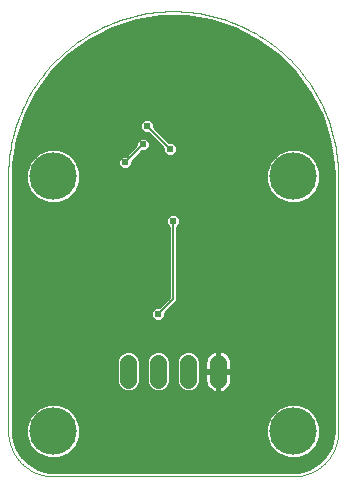
<source format=gbl>
G75*
%MOIN*%
%OFA0B0*%
%FSLAX25Y25*%
%IPPOS*%
%LPD*%
%AMOC8*
5,1,8,0,0,1.08239X$1,22.5*
%
%ADD10C,0.05543*%
%ADD11C,0.00000*%
%ADD12C,0.15811*%
%ADD13C,0.01000*%
%ADD14C,0.00600*%
%ADD15C,0.02400*%
D10*
X0046500Y0051234D02*
X0046500Y0056778D01*
X0056500Y0056778D02*
X0056500Y0051234D01*
X0066500Y0051234D02*
X0066500Y0056778D01*
X0076500Y0056778D02*
X0076500Y0051234D01*
D11*
X0101500Y0019006D02*
X0101862Y0019010D01*
X0102225Y0019024D01*
X0102587Y0019045D01*
X0102948Y0019076D01*
X0103308Y0019115D01*
X0103667Y0019163D01*
X0104025Y0019220D01*
X0104382Y0019285D01*
X0104737Y0019359D01*
X0105090Y0019442D01*
X0105441Y0019533D01*
X0105789Y0019632D01*
X0106135Y0019740D01*
X0106479Y0019856D01*
X0106819Y0019981D01*
X0107156Y0020113D01*
X0107490Y0020254D01*
X0107821Y0020403D01*
X0108148Y0020560D01*
X0108471Y0020724D01*
X0108790Y0020896D01*
X0109104Y0021076D01*
X0109415Y0021264D01*
X0109720Y0021459D01*
X0110021Y0021661D01*
X0110317Y0021871D01*
X0110607Y0022087D01*
X0110893Y0022311D01*
X0111173Y0022541D01*
X0111447Y0022778D01*
X0111715Y0023022D01*
X0111978Y0023272D01*
X0112234Y0023528D01*
X0112484Y0023791D01*
X0112728Y0024059D01*
X0112965Y0024333D01*
X0113195Y0024613D01*
X0113419Y0024899D01*
X0113635Y0025189D01*
X0113845Y0025485D01*
X0114047Y0025786D01*
X0114242Y0026091D01*
X0114430Y0026402D01*
X0114610Y0026716D01*
X0114782Y0027035D01*
X0114946Y0027358D01*
X0115103Y0027685D01*
X0115252Y0028016D01*
X0115393Y0028350D01*
X0115525Y0028687D01*
X0115650Y0029027D01*
X0115766Y0029371D01*
X0115874Y0029717D01*
X0115973Y0030065D01*
X0116064Y0030416D01*
X0116147Y0030769D01*
X0116221Y0031124D01*
X0116286Y0031481D01*
X0116343Y0031839D01*
X0116391Y0032198D01*
X0116430Y0032558D01*
X0116461Y0032919D01*
X0116482Y0033281D01*
X0116496Y0033644D01*
X0116500Y0034006D01*
X0116500Y0119006D01*
X0116484Y0120345D01*
X0116435Y0121684D01*
X0116353Y0123021D01*
X0116239Y0124355D01*
X0116093Y0125687D01*
X0115914Y0127014D01*
X0115703Y0128337D01*
X0115459Y0129654D01*
X0115184Y0130965D01*
X0114877Y0132268D01*
X0114538Y0133564D01*
X0114168Y0134851D01*
X0113767Y0136129D01*
X0113334Y0137397D01*
X0112871Y0138654D01*
X0112377Y0139899D01*
X0111853Y0141132D01*
X0111300Y0142351D01*
X0110716Y0143557D01*
X0110104Y0144748D01*
X0109463Y0145924D01*
X0108793Y0147084D01*
X0108095Y0148227D01*
X0107370Y0149353D01*
X0106617Y0150461D01*
X0105838Y0151551D01*
X0105032Y0152621D01*
X0104201Y0153671D01*
X0103344Y0154700D01*
X0102462Y0155709D01*
X0101557Y0156695D01*
X0100627Y0157659D01*
X0099674Y0158601D01*
X0098699Y0159519D01*
X0097701Y0160412D01*
X0096682Y0161282D01*
X0095642Y0162126D01*
X0094582Y0162944D01*
X0093502Y0163737D01*
X0092404Y0164503D01*
X0091286Y0165242D01*
X0090152Y0165954D01*
X0089000Y0166637D01*
X0087832Y0167293D01*
X0086648Y0167920D01*
X0085450Y0168518D01*
X0084237Y0169086D01*
X0083011Y0169625D01*
X0081772Y0170134D01*
X0080521Y0170612D01*
X0079258Y0171060D01*
X0077986Y0171477D01*
X0076703Y0171863D01*
X0075411Y0172218D01*
X0074111Y0172541D01*
X0072804Y0172832D01*
X0071490Y0173091D01*
X0070170Y0173318D01*
X0068845Y0173513D01*
X0067515Y0173676D01*
X0066182Y0173806D01*
X0064847Y0173904D01*
X0063509Y0173969D01*
X0062170Y0174002D01*
X0060830Y0174002D01*
X0059491Y0173969D01*
X0058153Y0173904D01*
X0056818Y0173806D01*
X0055485Y0173676D01*
X0054155Y0173513D01*
X0052830Y0173318D01*
X0051510Y0173091D01*
X0050196Y0172832D01*
X0048889Y0172541D01*
X0047589Y0172218D01*
X0046297Y0171863D01*
X0045014Y0171477D01*
X0043742Y0171060D01*
X0042479Y0170612D01*
X0041228Y0170134D01*
X0039989Y0169625D01*
X0038763Y0169086D01*
X0037550Y0168518D01*
X0036352Y0167920D01*
X0035168Y0167293D01*
X0034000Y0166637D01*
X0032848Y0165954D01*
X0031714Y0165242D01*
X0030596Y0164503D01*
X0029498Y0163737D01*
X0028418Y0162944D01*
X0027358Y0162126D01*
X0026318Y0161282D01*
X0025299Y0160412D01*
X0024301Y0159519D01*
X0023326Y0158601D01*
X0022373Y0157659D01*
X0021443Y0156695D01*
X0020538Y0155709D01*
X0019656Y0154700D01*
X0018799Y0153671D01*
X0017968Y0152621D01*
X0017162Y0151551D01*
X0016383Y0150461D01*
X0015630Y0149353D01*
X0014905Y0148227D01*
X0014207Y0147084D01*
X0013537Y0145924D01*
X0012896Y0144748D01*
X0012284Y0143557D01*
X0011700Y0142351D01*
X0011147Y0141132D01*
X0010623Y0139899D01*
X0010129Y0138654D01*
X0009666Y0137397D01*
X0009233Y0136129D01*
X0008832Y0134851D01*
X0008462Y0133564D01*
X0008123Y0132268D01*
X0007816Y0130965D01*
X0007541Y0129654D01*
X0007297Y0128337D01*
X0007086Y0127014D01*
X0006907Y0125687D01*
X0006761Y0124355D01*
X0006647Y0123021D01*
X0006565Y0121684D01*
X0006516Y0120345D01*
X0006500Y0119006D01*
X0006500Y0034006D01*
X0006504Y0033644D01*
X0006518Y0033281D01*
X0006539Y0032919D01*
X0006570Y0032558D01*
X0006609Y0032198D01*
X0006657Y0031839D01*
X0006714Y0031481D01*
X0006779Y0031124D01*
X0006853Y0030769D01*
X0006936Y0030416D01*
X0007027Y0030065D01*
X0007126Y0029717D01*
X0007234Y0029371D01*
X0007350Y0029027D01*
X0007475Y0028687D01*
X0007607Y0028350D01*
X0007748Y0028016D01*
X0007897Y0027685D01*
X0008054Y0027358D01*
X0008218Y0027035D01*
X0008390Y0026716D01*
X0008570Y0026402D01*
X0008758Y0026091D01*
X0008953Y0025786D01*
X0009155Y0025485D01*
X0009365Y0025189D01*
X0009581Y0024899D01*
X0009805Y0024613D01*
X0010035Y0024333D01*
X0010272Y0024059D01*
X0010516Y0023791D01*
X0010766Y0023528D01*
X0011022Y0023272D01*
X0011285Y0023022D01*
X0011553Y0022778D01*
X0011827Y0022541D01*
X0012107Y0022311D01*
X0012393Y0022087D01*
X0012683Y0021871D01*
X0012979Y0021661D01*
X0013280Y0021459D01*
X0013585Y0021264D01*
X0013896Y0021076D01*
X0014210Y0020896D01*
X0014529Y0020724D01*
X0014852Y0020560D01*
X0015179Y0020403D01*
X0015510Y0020254D01*
X0015844Y0020113D01*
X0016181Y0019981D01*
X0016521Y0019856D01*
X0016865Y0019740D01*
X0017211Y0019632D01*
X0017559Y0019533D01*
X0017910Y0019442D01*
X0018263Y0019359D01*
X0018618Y0019285D01*
X0018975Y0019220D01*
X0019333Y0019163D01*
X0019692Y0019115D01*
X0020052Y0019076D01*
X0020413Y0019045D01*
X0020775Y0019024D01*
X0021138Y0019010D01*
X0021500Y0019006D01*
X0101500Y0019006D01*
D12*
X0101500Y0034006D03*
X0101500Y0119006D03*
X0021500Y0119006D03*
X0021500Y0034006D03*
D13*
X0013282Y0023296D02*
X0010790Y0025788D01*
X0009028Y0028840D01*
X0008115Y0032244D01*
X0008000Y0034006D01*
X0008000Y0119006D01*
X0008165Y0123203D01*
X0009478Y0131495D01*
X0012072Y0139479D01*
X0015884Y0146960D01*
X0020818Y0153751D01*
X0026755Y0159688D01*
X0033546Y0164622D01*
X0041026Y0168433D01*
X0049011Y0171028D01*
X0057302Y0172341D01*
X0065698Y0172341D01*
X0073989Y0171028D01*
X0081974Y0168433D01*
X0089454Y0164622D01*
X0096245Y0159688D01*
X0102182Y0153751D01*
X0107116Y0146960D01*
X0107116Y0146960D01*
X0110928Y0139479D01*
X0113522Y0131495D01*
X0114835Y0123203D01*
X0115000Y0119006D01*
X0115000Y0034006D01*
X0114885Y0032244D01*
X0113972Y0028840D01*
X0112210Y0025788D01*
X0109718Y0023296D01*
X0106666Y0021534D01*
X0103262Y0020621D01*
X0101500Y0020506D01*
X0021500Y0020506D01*
X0019738Y0020621D01*
X0016334Y0021534D01*
X0013282Y0023296D01*
X0013794Y0023000D02*
X0109206Y0023000D01*
X0110421Y0023998D02*
X0012579Y0023998D01*
X0011580Y0024997D02*
X0111420Y0024997D01*
X0112330Y0025995D02*
X0105694Y0025995D01*
X0106601Y0026371D02*
X0109134Y0028905D01*
X0110505Y0032215D01*
X0110505Y0035797D01*
X0109134Y0039107D01*
X0106601Y0041640D01*
X0103291Y0043011D01*
X0099709Y0043011D01*
X0096399Y0041640D01*
X0093865Y0039107D01*
X0092494Y0035797D01*
X0092494Y0032215D01*
X0093865Y0028905D01*
X0096399Y0026371D01*
X0099709Y0025000D01*
X0103291Y0025000D01*
X0106601Y0026371D01*
X0107224Y0026994D02*
X0112907Y0026994D01*
X0113483Y0027993D02*
X0108222Y0027993D01*
X0109170Y0028991D02*
X0114013Y0028991D01*
X0114280Y0029990D02*
X0109584Y0029990D01*
X0109997Y0030988D02*
X0114548Y0030988D01*
X0114816Y0031987D02*
X0110411Y0031987D01*
X0110505Y0032985D02*
X0114933Y0032985D01*
X0114999Y0033984D02*
X0110505Y0033984D01*
X0110505Y0034982D02*
X0115000Y0034982D01*
X0115000Y0035981D02*
X0110430Y0035981D01*
X0110016Y0036979D02*
X0115000Y0036979D01*
X0115000Y0037978D02*
X0109602Y0037978D01*
X0109189Y0038976D02*
X0115000Y0038976D01*
X0115000Y0039975D02*
X0108267Y0039975D01*
X0107268Y0040973D02*
X0115000Y0040973D01*
X0115000Y0041972D02*
X0105801Y0041972D01*
X0103391Y0042970D02*
X0115000Y0042970D01*
X0115000Y0043969D02*
X0008000Y0043969D01*
X0008000Y0044967D02*
X0115000Y0044967D01*
X0115000Y0045966D02*
X0008000Y0045966D01*
X0008000Y0046964D02*
X0115000Y0046964D01*
X0115000Y0047963D02*
X0079265Y0047963D01*
X0079283Y0047976D02*
X0079758Y0048451D01*
X0080153Y0048995D01*
X0080459Y0049595D01*
X0080666Y0050234D01*
X0080772Y0050898D01*
X0080772Y0053620D01*
X0076886Y0053620D01*
X0076886Y0054392D01*
X0076114Y0054392D01*
X0076114Y0061041D01*
X0075500Y0060944D01*
X0074860Y0060736D01*
X0074261Y0060431D01*
X0073717Y0060036D01*
X0073242Y0059560D01*
X0072847Y0059016D01*
X0072541Y0058417D01*
X0072334Y0057778D01*
X0072228Y0057114D01*
X0072228Y0054392D01*
X0076114Y0054392D01*
X0076114Y0053620D01*
X0072228Y0053620D01*
X0072228Y0050898D01*
X0072334Y0050234D01*
X0072541Y0049595D01*
X0072847Y0048995D01*
X0073242Y0048451D01*
X0073717Y0047976D01*
X0074261Y0047581D01*
X0074860Y0047276D01*
X0075500Y0047068D01*
X0076114Y0046970D01*
X0076114Y0053620D01*
X0076886Y0053620D01*
X0076886Y0046970D01*
X0077500Y0047068D01*
X0078140Y0047276D01*
X0078739Y0047581D01*
X0079283Y0047976D01*
X0080129Y0048961D02*
X0115000Y0048961D01*
X0115000Y0049960D02*
X0080577Y0049960D01*
X0080772Y0050958D02*
X0115000Y0050958D01*
X0115000Y0051957D02*
X0080772Y0051957D01*
X0080772Y0052955D02*
X0115000Y0052955D01*
X0115000Y0053954D02*
X0076886Y0053954D01*
X0076886Y0054392D02*
X0080772Y0054392D01*
X0080772Y0057114D01*
X0080666Y0057778D01*
X0080459Y0058417D01*
X0080153Y0059016D01*
X0079758Y0059560D01*
X0079283Y0060036D01*
X0078739Y0060431D01*
X0078140Y0060736D01*
X0077500Y0060944D01*
X0076886Y0061041D01*
X0076886Y0054392D01*
X0076886Y0054952D02*
X0076114Y0054952D01*
X0076114Y0053954D02*
X0070372Y0053954D01*
X0070372Y0054952D02*
X0072228Y0054952D01*
X0072228Y0055951D02*
X0070372Y0055951D01*
X0070372Y0056949D02*
X0072228Y0056949D01*
X0072389Y0057948D02*
X0070206Y0057948D01*
X0070372Y0057548D02*
X0069782Y0058971D01*
X0068693Y0060060D01*
X0067270Y0060649D01*
X0065730Y0060649D01*
X0064307Y0060060D01*
X0063218Y0058971D01*
X0062628Y0057548D01*
X0062628Y0050464D01*
X0063218Y0049041D01*
X0064307Y0047952D01*
X0065730Y0047363D01*
X0067270Y0047363D01*
X0068693Y0047952D01*
X0069782Y0049041D01*
X0070372Y0050464D01*
X0070372Y0057548D01*
X0069792Y0058946D02*
X0072811Y0058946D01*
X0073626Y0059945D02*
X0068808Y0059945D01*
X0064192Y0059945D02*
X0058808Y0059945D01*
X0058693Y0060060D02*
X0057270Y0060649D01*
X0055730Y0060649D01*
X0054307Y0060060D01*
X0053218Y0058971D01*
X0052628Y0057548D01*
X0052628Y0050464D01*
X0053218Y0049041D01*
X0054307Y0047952D01*
X0055730Y0047363D01*
X0057270Y0047363D01*
X0058693Y0047952D01*
X0059782Y0049041D01*
X0060372Y0050464D01*
X0060372Y0057548D01*
X0059782Y0058971D01*
X0058693Y0060060D01*
X0059792Y0058946D02*
X0063208Y0058946D01*
X0062794Y0057948D02*
X0060206Y0057948D01*
X0060372Y0056949D02*
X0062628Y0056949D01*
X0062628Y0055951D02*
X0060372Y0055951D01*
X0060372Y0054952D02*
X0062628Y0054952D01*
X0062628Y0053954D02*
X0060372Y0053954D01*
X0060372Y0052955D02*
X0062628Y0052955D01*
X0062628Y0051957D02*
X0060372Y0051957D01*
X0060372Y0050958D02*
X0062628Y0050958D01*
X0062837Y0049960D02*
X0060163Y0049960D01*
X0059702Y0048961D02*
X0063298Y0048961D01*
X0064296Y0047963D02*
X0058704Y0047963D01*
X0054296Y0047963D02*
X0048704Y0047963D01*
X0048693Y0047952D02*
X0049782Y0049041D01*
X0050372Y0050464D01*
X0050372Y0057548D01*
X0049782Y0058971D01*
X0048693Y0060060D01*
X0047270Y0060649D01*
X0045730Y0060649D01*
X0044307Y0060060D01*
X0043218Y0058971D01*
X0042628Y0057548D01*
X0042628Y0050464D01*
X0043218Y0049041D01*
X0044307Y0047952D01*
X0045730Y0047363D01*
X0047270Y0047363D01*
X0048693Y0047952D01*
X0049702Y0048961D02*
X0053298Y0048961D01*
X0052837Y0049960D02*
X0050163Y0049960D01*
X0050372Y0050958D02*
X0052628Y0050958D01*
X0052628Y0051957D02*
X0050372Y0051957D01*
X0050372Y0052955D02*
X0052628Y0052955D01*
X0052628Y0053954D02*
X0050372Y0053954D01*
X0050372Y0054952D02*
X0052628Y0054952D01*
X0052628Y0055951D02*
X0050372Y0055951D01*
X0050372Y0056949D02*
X0052628Y0056949D01*
X0052794Y0057948D02*
X0050206Y0057948D01*
X0049792Y0058946D02*
X0053208Y0058946D01*
X0054192Y0059945D02*
X0048808Y0059945D01*
X0044192Y0059945D02*
X0008000Y0059945D01*
X0008000Y0060943D02*
X0075498Y0060943D01*
X0076114Y0060943D02*
X0076886Y0060943D01*
X0077502Y0060943D02*
X0115000Y0060943D01*
X0115000Y0059945D02*
X0079374Y0059945D01*
X0080189Y0058946D02*
X0115000Y0058946D01*
X0115000Y0057948D02*
X0080611Y0057948D01*
X0080772Y0056949D02*
X0115000Y0056949D01*
X0115000Y0055951D02*
X0080772Y0055951D01*
X0080772Y0054952D02*
X0115000Y0054952D01*
X0115000Y0061942D02*
X0008000Y0061942D01*
X0008000Y0062940D02*
X0115000Y0062940D01*
X0115000Y0063939D02*
X0008000Y0063939D01*
X0008000Y0064937D02*
X0115000Y0064937D01*
X0115000Y0065936D02*
X0008000Y0065936D01*
X0008000Y0066934D02*
X0115000Y0066934D01*
X0115000Y0067933D02*
X0008000Y0067933D01*
X0008000Y0068931D02*
X0115000Y0068931D01*
X0115000Y0069930D02*
X0008000Y0069930D01*
X0008000Y0070928D02*
X0055325Y0070928D01*
X0055547Y0070706D02*
X0054200Y0072053D01*
X0054200Y0073959D01*
X0055547Y0075306D01*
X0056820Y0075306D01*
X0060100Y0078586D01*
X0060100Y0102153D01*
X0059200Y0103053D01*
X0059200Y0104959D01*
X0060547Y0106306D01*
X0062453Y0106306D01*
X0063800Y0104959D01*
X0063800Y0103053D01*
X0062900Y0102153D01*
X0062900Y0077426D01*
X0058800Y0073326D01*
X0058800Y0072053D01*
X0057453Y0070706D01*
X0055547Y0070706D01*
X0054326Y0071927D02*
X0008000Y0071927D01*
X0008000Y0072926D02*
X0054200Y0072926D01*
X0054200Y0073924D02*
X0008000Y0073924D01*
X0008000Y0074923D02*
X0055164Y0074923D01*
X0057435Y0075921D02*
X0008000Y0075921D01*
X0008000Y0076920D02*
X0058434Y0076920D01*
X0059432Y0077918D02*
X0008000Y0077918D01*
X0008000Y0078917D02*
X0060100Y0078917D01*
X0060100Y0079915D02*
X0008000Y0079915D01*
X0008000Y0080914D02*
X0060100Y0080914D01*
X0060100Y0081912D02*
X0008000Y0081912D01*
X0008000Y0082911D02*
X0060100Y0082911D01*
X0060100Y0083909D02*
X0008000Y0083909D01*
X0008000Y0084908D02*
X0060100Y0084908D01*
X0060100Y0085906D02*
X0008000Y0085906D01*
X0008000Y0086905D02*
X0060100Y0086905D01*
X0060100Y0087903D02*
X0008000Y0087903D01*
X0008000Y0088902D02*
X0060100Y0088902D01*
X0060100Y0089900D02*
X0008000Y0089900D01*
X0008000Y0090899D02*
X0060100Y0090899D01*
X0060100Y0091897D02*
X0008000Y0091897D01*
X0008000Y0092896D02*
X0060100Y0092896D01*
X0060100Y0093894D02*
X0008000Y0093894D01*
X0008000Y0094893D02*
X0060100Y0094893D01*
X0060100Y0095891D02*
X0008000Y0095891D01*
X0008000Y0096890D02*
X0060100Y0096890D01*
X0060100Y0097888D02*
X0008000Y0097888D01*
X0008000Y0098887D02*
X0060100Y0098887D01*
X0060100Y0099885D02*
X0008000Y0099885D01*
X0008000Y0100884D02*
X0060100Y0100884D01*
X0060100Y0101882D02*
X0008000Y0101882D01*
X0008000Y0102881D02*
X0059372Y0102881D01*
X0059200Y0103879D02*
X0008000Y0103879D01*
X0008000Y0104878D02*
X0059200Y0104878D01*
X0060118Y0105876D02*
X0008000Y0105876D01*
X0008000Y0106875D02*
X0115000Y0106875D01*
X0115000Y0107873D02*
X0008000Y0107873D01*
X0008000Y0108872D02*
X0115000Y0108872D01*
X0115000Y0109870D02*
X0008000Y0109870D01*
X0008000Y0110869D02*
X0017612Y0110869D01*
X0016399Y0111371D02*
X0019709Y0110000D01*
X0023291Y0110000D01*
X0026601Y0111371D01*
X0029134Y0113905D01*
X0030505Y0117215D01*
X0030505Y0120797D01*
X0029134Y0124107D01*
X0026601Y0126640D01*
X0023291Y0128011D01*
X0019709Y0128011D01*
X0016399Y0126640D01*
X0013865Y0124107D01*
X0012494Y0120797D01*
X0012494Y0117215D01*
X0013865Y0113905D01*
X0016399Y0111371D01*
X0015903Y0111867D02*
X0008000Y0111867D01*
X0008000Y0112866D02*
X0014904Y0112866D01*
X0013906Y0113864D02*
X0008000Y0113864D01*
X0008000Y0114863D02*
X0013469Y0114863D01*
X0013055Y0115862D02*
X0008000Y0115862D01*
X0008000Y0116860D02*
X0012641Y0116860D01*
X0012494Y0117859D02*
X0008000Y0117859D01*
X0008000Y0118857D02*
X0012494Y0118857D01*
X0012494Y0119856D02*
X0008033Y0119856D01*
X0008073Y0120854D02*
X0012518Y0120854D01*
X0012932Y0121853D02*
X0008112Y0121853D01*
X0008151Y0122851D02*
X0013345Y0122851D01*
X0013759Y0123850D02*
X0008267Y0123850D01*
X0008425Y0124848D02*
X0014606Y0124848D01*
X0015605Y0125847D02*
X0008584Y0125847D01*
X0008742Y0126845D02*
X0016893Y0126845D01*
X0019304Y0127844D02*
X0008900Y0127844D01*
X0009058Y0128842D02*
X0048731Y0128842D01*
X0049200Y0129311D02*
X0049200Y0130584D01*
X0050547Y0131931D01*
X0052453Y0131931D01*
X0053800Y0130584D01*
X0053800Y0128678D01*
X0052453Y0127331D01*
X0051180Y0127331D01*
X0047800Y0123951D01*
X0047800Y0122678D01*
X0046453Y0121331D01*
X0044547Y0121331D01*
X0043200Y0122678D01*
X0043200Y0124584D01*
X0044547Y0125931D01*
X0045820Y0125931D01*
X0049200Y0129311D01*
X0049200Y0129841D02*
X0009216Y0129841D01*
X0009374Y0130839D02*
X0049456Y0130839D01*
X0050454Y0131838D02*
X0009589Y0131838D01*
X0009914Y0132836D02*
X0053815Y0132836D01*
X0053070Y0133581D02*
X0051797Y0133581D01*
X0050450Y0134928D01*
X0050450Y0136834D01*
X0051797Y0138181D01*
X0053703Y0138181D01*
X0055050Y0136834D01*
X0055050Y0135561D01*
X0060055Y0130556D01*
X0061328Y0130556D01*
X0062675Y0129209D01*
X0062675Y0127303D01*
X0061328Y0125956D01*
X0059422Y0125956D01*
X0058075Y0127303D01*
X0058075Y0128576D01*
X0053070Y0133581D01*
X0052546Y0131838D02*
X0054813Y0131838D01*
X0055812Y0130839D02*
X0053544Y0130839D01*
X0053800Y0129841D02*
X0056810Y0129841D01*
X0057809Y0128842D02*
X0053800Y0128842D01*
X0052965Y0127844D02*
X0058075Y0127844D01*
X0058533Y0126845D02*
X0050694Y0126845D01*
X0049696Y0125847D02*
X0095605Y0125847D01*
X0096399Y0126640D02*
X0093865Y0124107D01*
X0092494Y0120797D01*
X0092494Y0117215D01*
X0093865Y0113905D01*
X0096399Y0111371D01*
X0099709Y0110000D01*
X0103291Y0110000D01*
X0106601Y0111371D01*
X0109134Y0113905D01*
X0110505Y0117215D01*
X0110505Y0120797D01*
X0109134Y0124107D01*
X0106601Y0126640D01*
X0103291Y0128011D01*
X0099709Y0128011D01*
X0096399Y0126640D01*
X0096893Y0126845D02*
X0062217Y0126845D01*
X0062675Y0127844D02*
X0099304Y0127844D01*
X0103696Y0127844D02*
X0114100Y0127844D01*
X0113942Y0128842D02*
X0062675Y0128842D01*
X0062043Y0129841D02*
X0113784Y0129841D01*
X0113626Y0130839D02*
X0059772Y0130839D01*
X0058773Y0131838D02*
X0113411Y0131838D01*
X0113086Y0132836D02*
X0057775Y0132836D01*
X0056776Y0133835D02*
X0112762Y0133835D01*
X0112437Y0134833D02*
X0055778Y0134833D01*
X0055050Y0135832D02*
X0112113Y0135832D01*
X0111788Y0136830D02*
X0055050Y0136830D01*
X0054055Y0137829D02*
X0111464Y0137829D01*
X0111139Y0138827D02*
X0011861Y0138827D01*
X0011536Y0137829D02*
X0051445Y0137829D01*
X0050450Y0136830D02*
X0011212Y0136830D01*
X0010887Y0135832D02*
X0050450Y0135832D01*
X0050545Y0134833D02*
X0010563Y0134833D01*
X0010238Y0133835D02*
X0051544Y0133835D01*
X0047733Y0127844D02*
X0023696Y0127844D01*
X0026107Y0126845D02*
X0046734Y0126845D01*
X0044463Y0125847D02*
X0027395Y0125847D01*
X0028394Y0124848D02*
X0043465Y0124848D01*
X0043200Y0123850D02*
X0029241Y0123850D01*
X0029655Y0122851D02*
X0043200Y0122851D01*
X0044026Y0121853D02*
X0030068Y0121853D01*
X0030482Y0120854D02*
X0092518Y0120854D01*
X0092494Y0119856D02*
X0030505Y0119856D01*
X0030505Y0118857D02*
X0092494Y0118857D01*
X0092494Y0117859D02*
X0030505Y0117859D01*
X0030359Y0116860D02*
X0092641Y0116860D01*
X0093055Y0115862D02*
X0029945Y0115862D01*
X0029531Y0114863D02*
X0093469Y0114863D01*
X0093906Y0113864D02*
X0029094Y0113864D01*
X0028096Y0112866D02*
X0094904Y0112866D01*
X0095903Y0111867D02*
X0027097Y0111867D01*
X0025388Y0110869D02*
X0097612Y0110869D01*
X0105388Y0110869D02*
X0115000Y0110869D01*
X0115000Y0111867D02*
X0107097Y0111867D01*
X0108096Y0112866D02*
X0115000Y0112866D01*
X0115000Y0113864D02*
X0109094Y0113864D01*
X0109531Y0114863D02*
X0115000Y0114863D01*
X0115000Y0115862D02*
X0109945Y0115862D01*
X0110359Y0116860D02*
X0115000Y0116860D01*
X0115000Y0117859D02*
X0110505Y0117859D01*
X0110505Y0118857D02*
X0115000Y0118857D01*
X0114967Y0119856D02*
X0110505Y0119856D01*
X0110482Y0120854D02*
X0114927Y0120854D01*
X0114888Y0121853D02*
X0110068Y0121853D01*
X0109655Y0122851D02*
X0114849Y0122851D01*
X0114733Y0123850D02*
X0109241Y0123850D01*
X0108394Y0124848D02*
X0114575Y0124848D01*
X0114416Y0125847D02*
X0107395Y0125847D01*
X0106107Y0126845D02*
X0114258Y0126845D01*
X0110751Y0139826D02*
X0012249Y0139826D01*
X0012758Y0140824D02*
X0110242Y0140824D01*
X0109734Y0141823D02*
X0013266Y0141823D01*
X0013775Y0142821D02*
X0109225Y0142821D01*
X0108716Y0143820D02*
X0014284Y0143820D01*
X0014793Y0144818D02*
X0108207Y0144818D01*
X0107699Y0145817D02*
X0015301Y0145817D01*
X0015810Y0146815D02*
X0107190Y0146815D01*
X0106496Y0147814D02*
X0016504Y0147814D01*
X0017230Y0148812D02*
X0105770Y0148812D01*
X0105045Y0149811D02*
X0017955Y0149811D01*
X0018681Y0150809D02*
X0104319Y0150809D01*
X0103594Y0151808D02*
X0019406Y0151808D01*
X0020132Y0152806D02*
X0102868Y0152806D01*
X0102182Y0153751D02*
X0102182Y0153751D01*
X0102128Y0153805D02*
X0020872Y0153805D01*
X0021870Y0154803D02*
X0101130Y0154803D01*
X0100131Y0155802D02*
X0022869Y0155802D01*
X0023867Y0156800D02*
X0099133Y0156800D01*
X0098134Y0157799D02*
X0024866Y0157799D01*
X0025864Y0158797D02*
X0097136Y0158797D01*
X0096096Y0159796D02*
X0026904Y0159796D01*
X0028278Y0160795D02*
X0094722Y0160795D01*
X0093348Y0161793D02*
X0029652Y0161793D01*
X0031027Y0162792D02*
X0091973Y0162792D01*
X0090599Y0163790D02*
X0032401Y0163790D01*
X0033873Y0164789D02*
X0089127Y0164789D01*
X0087167Y0165787D02*
X0035833Y0165787D01*
X0037792Y0166786D02*
X0085208Y0166786D01*
X0083248Y0167784D02*
X0039752Y0167784D01*
X0042101Y0168783D02*
X0080899Y0168783D01*
X0077826Y0169781D02*
X0045174Y0169781D01*
X0048247Y0170780D02*
X0074753Y0170780D01*
X0069251Y0171778D02*
X0053749Y0171778D01*
X0048697Y0124848D02*
X0094606Y0124848D01*
X0093759Y0123850D02*
X0047800Y0123850D01*
X0047800Y0122851D02*
X0093345Y0122851D01*
X0092932Y0121853D02*
X0046974Y0121853D01*
X0062882Y0105876D02*
X0115000Y0105876D01*
X0115000Y0104878D02*
X0063800Y0104878D01*
X0063800Y0103879D02*
X0115000Y0103879D01*
X0115000Y0102881D02*
X0063628Y0102881D01*
X0062900Y0101882D02*
X0115000Y0101882D01*
X0115000Y0100884D02*
X0062900Y0100884D01*
X0062900Y0099885D02*
X0115000Y0099885D01*
X0115000Y0098887D02*
X0062900Y0098887D01*
X0062900Y0097888D02*
X0115000Y0097888D01*
X0115000Y0096890D02*
X0062900Y0096890D01*
X0062900Y0095891D02*
X0115000Y0095891D01*
X0115000Y0094893D02*
X0062900Y0094893D01*
X0062900Y0093894D02*
X0115000Y0093894D01*
X0115000Y0092896D02*
X0062900Y0092896D01*
X0062900Y0091897D02*
X0115000Y0091897D01*
X0115000Y0090899D02*
X0062900Y0090899D01*
X0062900Y0089900D02*
X0115000Y0089900D01*
X0115000Y0088902D02*
X0062900Y0088902D01*
X0062900Y0087903D02*
X0115000Y0087903D01*
X0115000Y0086905D02*
X0062900Y0086905D01*
X0062900Y0085906D02*
X0115000Y0085906D01*
X0115000Y0084908D02*
X0062900Y0084908D01*
X0062900Y0083909D02*
X0115000Y0083909D01*
X0115000Y0082911D02*
X0062900Y0082911D01*
X0062900Y0081912D02*
X0115000Y0081912D01*
X0115000Y0080914D02*
X0062900Y0080914D01*
X0062900Y0079915D02*
X0115000Y0079915D01*
X0115000Y0078917D02*
X0062900Y0078917D01*
X0062900Y0077918D02*
X0115000Y0077918D01*
X0115000Y0076920D02*
X0062394Y0076920D01*
X0061395Y0075921D02*
X0115000Y0075921D01*
X0115000Y0074923D02*
X0060397Y0074923D01*
X0059398Y0073924D02*
X0115000Y0073924D01*
X0115000Y0072926D02*
X0058800Y0072926D01*
X0058674Y0071927D02*
X0115000Y0071927D01*
X0115000Y0070928D02*
X0057675Y0070928D01*
X0043208Y0058946D02*
X0008000Y0058946D01*
X0008000Y0057948D02*
X0042794Y0057948D01*
X0042628Y0056949D02*
X0008000Y0056949D01*
X0008000Y0055951D02*
X0042628Y0055951D01*
X0042628Y0054952D02*
X0008000Y0054952D01*
X0008000Y0053954D02*
X0042628Y0053954D01*
X0042628Y0052955D02*
X0008000Y0052955D01*
X0008000Y0051957D02*
X0042628Y0051957D01*
X0042628Y0050958D02*
X0008000Y0050958D01*
X0008000Y0049960D02*
X0042837Y0049960D01*
X0043298Y0048961D02*
X0008000Y0048961D01*
X0008000Y0047963D02*
X0044296Y0047963D01*
X0029134Y0039107D02*
X0030505Y0035797D01*
X0030505Y0032215D01*
X0029134Y0028905D01*
X0026601Y0026371D01*
X0023291Y0025000D01*
X0019709Y0025000D01*
X0016399Y0026371D01*
X0013865Y0028905D01*
X0012494Y0032215D01*
X0012494Y0035797D01*
X0013865Y0039107D01*
X0016399Y0041640D01*
X0019709Y0043011D01*
X0023291Y0043011D01*
X0026601Y0041640D01*
X0029134Y0039107D01*
X0029189Y0038976D02*
X0093811Y0038976D01*
X0093398Y0037978D02*
X0029602Y0037978D01*
X0030016Y0036979D02*
X0092984Y0036979D01*
X0092570Y0035981D02*
X0030430Y0035981D01*
X0030505Y0034982D02*
X0092494Y0034982D01*
X0092494Y0033984D02*
X0030505Y0033984D01*
X0030505Y0032985D02*
X0092494Y0032985D01*
X0092589Y0031987D02*
X0030411Y0031987D01*
X0029997Y0030988D02*
X0093003Y0030988D01*
X0093416Y0029990D02*
X0029584Y0029990D01*
X0029170Y0028991D02*
X0093830Y0028991D01*
X0094778Y0027993D02*
X0028222Y0027993D01*
X0027224Y0026994D02*
X0095776Y0026994D01*
X0097306Y0025995D02*
X0025694Y0025995D01*
X0017306Y0025995D02*
X0010670Y0025995D01*
X0010093Y0026994D02*
X0015776Y0026994D01*
X0014778Y0027993D02*
X0009517Y0027993D01*
X0008987Y0028991D02*
X0013830Y0028991D01*
X0013416Y0029990D02*
X0008720Y0029990D01*
X0008452Y0030988D02*
X0013003Y0030988D01*
X0012589Y0031987D02*
X0008184Y0031987D01*
X0008067Y0032985D02*
X0012494Y0032985D01*
X0012494Y0033984D02*
X0008001Y0033984D01*
X0008000Y0034982D02*
X0012494Y0034982D01*
X0012570Y0035981D02*
X0008000Y0035981D01*
X0008000Y0036979D02*
X0012984Y0036979D01*
X0013398Y0037978D02*
X0008000Y0037978D01*
X0008000Y0038976D02*
X0013811Y0038976D01*
X0014733Y0039975D02*
X0008000Y0039975D01*
X0008000Y0040973D02*
X0015732Y0040973D01*
X0017199Y0041972D02*
X0008000Y0041972D01*
X0008000Y0042970D02*
X0019609Y0042970D01*
X0023391Y0042970D02*
X0099609Y0042970D01*
X0097199Y0041972D02*
X0025801Y0041972D01*
X0027268Y0040973D02*
X0095732Y0040973D01*
X0094733Y0039975D02*
X0028267Y0039975D01*
X0015523Y0022001D02*
X0107477Y0022001D01*
X0104686Y0021003D02*
X0018314Y0021003D01*
X0068704Y0047963D02*
X0073735Y0047963D01*
X0072871Y0048961D02*
X0069702Y0048961D01*
X0070163Y0049960D02*
X0072423Y0049960D01*
X0072228Y0050958D02*
X0070372Y0050958D01*
X0070372Y0051957D02*
X0072228Y0051957D01*
X0072228Y0052955D02*
X0070372Y0052955D01*
X0076114Y0052955D02*
X0076886Y0052955D01*
X0076886Y0051957D02*
X0076114Y0051957D01*
X0076114Y0050958D02*
X0076886Y0050958D01*
X0076886Y0049960D02*
X0076114Y0049960D01*
X0076114Y0048961D02*
X0076886Y0048961D01*
X0076886Y0047963D02*
X0076114Y0047963D01*
X0076114Y0055951D02*
X0076886Y0055951D01*
X0076886Y0056949D02*
X0076114Y0056949D01*
X0076114Y0057948D02*
X0076886Y0057948D01*
X0076886Y0058946D02*
X0076114Y0058946D01*
X0076114Y0059945D02*
X0076886Y0059945D01*
D14*
X0061500Y0078006D02*
X0056500Y0073006D01*
X0061500Y0078006D02*
X0061500Y0104006D01*
X0060375Y0128256D02*
X0052750Y0135881D01*
X0051500Y0129631D02*
X0045500Y0123631D01*
D15*
X0045500Y0123631D03*
X0051500Y0129631D03*
X0052750Y0135881D03*
X0060375Y0128256D03*
X0061500Y0104006D03*
X0056500Y0073006D03*
M02*

</source>
